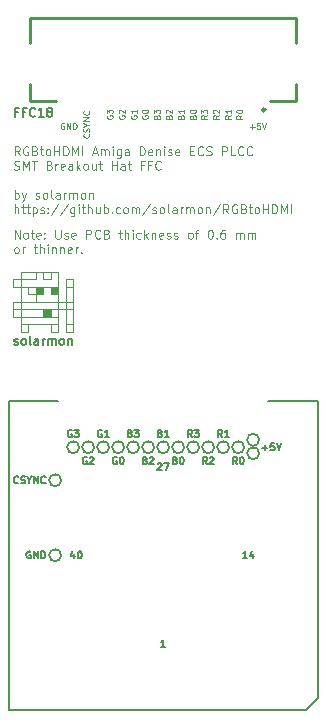
<source format=gbr>
G04 #@! TF.GenerationSoftware,KiCad,Pcbnew,(5.1.9)-1*
G04 #@! TF.CreationDate,2021-05-18T14:16:41+01:00*
G04 #@! TF.ProjectId,RGBtoHDMI Amiga Denise PLCC SMT Breakout FFC,52474274-6f48-4444-9d49-20416d696761,1*
G04 #@! TF.SameCoordinates,Original*
G04 #@! TF.FileFunction,Legend,Top*
G04 #@! TF.FilePolarity,Positive*
%FSLAX46Y46*%
G04 Gerber Fmt 4.6, Leading zero omitted, Abs format (unit mm)*
G04 Created by KiCad (PCBNEW (5.1.9)-1) date 2021-05-18 14:16:41*
%MOMM*%
%LPD*%
G01*
G04 APERTURE LIST*
%ADD10C,0.100000*%
%ADD11C,0.150000*%
%ADD12C,0.254000*%
G04 APERTURE END LIST*
D10*
X152770571Y-42906785D02*
X152770571Y-42156785D01*
X153199142Y-42906785D01*
X153199142Y-42156785D01*
X153663428Y-42906785D02*
X153592000Y-42871071D01*
X153556285Y-42835357D01*
X153520571Y-42763928D01*
X153520571Y-42549642D01*
X153556285Y-42478214D01*
X153592000Y-42442500D01*
X153663428Y-42406785D01*
X153770571Y-42406785D01*
X153842000Y-42442500D01*
X153877714Y-42478214D01*
X153913428Y-42549642D01*
X153913428Y-42763928D01*
X153877714Y-42835357D01*
X153842000Y-42871071D01*
X153770571Y-42906785D01*
X153663428Y-42906785D01*
X154127714Y-42406785D02*
X154413428Y-42406785D01*
X154234857Y-42156785D02*
X154234857Y-42799642D01*
X154270571Y-42871071D01*
X154342000Y-42906785D01*
X154413428Y-42906785D01*
X154949142Y-42871071D02*
X154877714Y-42906785D01*
X154734857Y-42906785D01*
X154663428Y-42871071D01*
X154627714Y-42799642D01*
X154627714Y-42513928D01*
X154663428Y-42442500D01*
X154734857Y-42406785D01*
X154877714Y-42406785D01*
X154949142Y-42442500D01*
X154984857Y-42513928D01*
X154984857Y-42585357D01*
X154627714Y-42656785D01*
X155306285Y-42835357D02*
X155342000Y-42871071D01*
X155306285Y-42906785D01*
X155270571Y-42871071D01*
X155306285Y-42835357D01*
X155306285Y-42906785D01*
X155306285Y-42442500D02*
X155342000Y-42478214D01*
X155306285Y-42513928D01*
X155270571Y-42478214D01*
X155306285Y-42442500D01*
X155306285Y-42513928D01*
X156234857Y-42156785D02*
X156234857Y-42763928D01*
X156270571Y-42835357D01*
X156306285Y-42871071D01*
X156377714Y-42906785D01*
X156520571Y-42906785D01*
X156592000Y-42871071D01*
X156627714Y-42835357D01*
X156663428Y-42763928D01*
X156663428Y-42156785D01*
X156984857Y-42871071D02*
X157056285Y-42906785D01*
X157199142Y-42906785D01*
X157270571Y-42871071D01*
X157306285Y-42799642D01*
X157306285Y-42763928D01*
X157270571Y-42692500D01*
X157199142Y-42656785D01*
X157092000Y-42656785D01*
X157020571Y-42621071D01*
X156984857Y-42549642D01*
X156984857Y-42513928D01*
X157020571Y-42442500D01*
X157092000Y-42406785D01*
X157199142Y-42406785D01*
X157270571Y-42442500D01*
X157913428Y-42871071D02*
X157842000Y-42906785D01*
X157699142Y-42906785D01*
X157627714Y-42871071D01*
X157592000Y-42799642D01*
X157592000Y-42513928D01*
X157627714Y-42442500D01*
X157699142Y-42406785D01*
X157842000Y-42406785D01*
X157913428Y-42442500D01*
X157949142Y-42513928D01*
X157949142Y-42585357D01*
X157592000Y-42656785D01*
X158842000Y-42906785D02*
X158842000Y-42156785D01*
X159127714Y-42156785D01*
X159199142Y-42192500D01*
X159234857Y-42228214D01*
X159270571Y-42299642D01*
X159270571Y-42406785D01*
X159234857Y-42478214D01*
X159199142Y-42513928D01*
X159127714Y-42549642D01*
X158842000Y-42549642D01*
X160020571Y-42835357D02*
X159984857Y-42871071D01*
X159877714Y-42906785D01*
X159806285Y-42906785D01*
X159699142Y-42871071D01*
X159627714Y-42799642D01*
X159592000Y-42728214D01*
X159556285Y-42585357D01*
X159556285Y-42478214D01*
X159592000Y-42335357D01*
X159627714Y-42263928D01*
X159699142Y-42192500D01*
X159806285Y-42156785D01*
X159877714Y-42156785D01*
X159984857Y-42192500D01*
X160020571Y-42228214D01*
X160592000Y-42513928D02*
X160699142Y-42549642D01*
X160734857Y-42585357D01*
X160770571Y-42656785D01*
X160770571Y-42763928D01*
X160734857Y-42835357D01*
X160699142Y-42871071D01*
X160627714Y-42906785D01*
X160342000Y-42906785D01*
X160342000Y-42156785D01*
X160592000Y-42156785D01*
X160663428Y-42192500D01*
X160699142Y-42228214D01*
X160734857Y-42299642D01*
X160734857Y-42371071D01*
X160699142Y-42442500D01*
X160663428Y-42478214D01*
X160592000Y-42513928D01*
X160342000Y-42513928D01*
X161556285Y-42406785D02*
X161842000Y-42406785D01*
X161663428Y-42156785D02*
X161663428Y-42799642D01*
X161699142Y-42871071D01*
X161770571Y-42906785D01*
X161842000Y-42906785D01*
X162092000Y-42906785D02*
X162092000Y-42156785D01*
X162413428Y-42906785D02*
X162413428Y-42513928D01*
X162377714Y-42442500D01*
X162306285Y-42406785D01*
X162199142Y-42406785D01*
X162127714Y-42442500D01*
X162092000Y-42478214D01*
X162770571Y-42906785D02*
X162770571Y-42406785D01*
X162770571Y-42156785D02*
X162734857Y-42192500D01*
X162770571Y-42228214D01*
X162806285Y-42192500D01*
X162770571Y-42156785D01*
X162770571Y-42228214D01*
X163449142Y-42871071D02*
X163377714Y-42906785D01*
X163234857Y-42906785D01*
X163163428Y-42871071D01*
X163127714Y-42835357D01*
X163092000Y-42763928D01*
X163092000Y-42549642D01*
X163127714Y-42478214D01*
X163163428Y-42442500D01*
X163234857Y-42406785D01*
X163377714Y-42406785D01*
X163449142Y-42442500D01*
X163770571Y-42906785D02*
X163770571Y-42156785D01*
X163842000Y-42621071D02*
X164056285Y-42906785D01*
X164056285Y-42406785D02*
X163770571Y-42692500D01*
X164377714Y-42406785D02*
X164377714Y-42906785D01*
X164377714Y-42478214D02*
X164413428Y-42442500D01*
X164484857Y-42406785D01*
X164592000Y-42406785D01*
X164663428Y-42442500D01*
X164699142Y-42513928D01*
X164699142Y-42906785D01*
X165342000Y-42871071D02*
X165270571Y-42906785D01*
X165127714Y-42906785D01*
X165056285Y-42871071D01*
X165020571Y-42799642D01*
X165020571Y-42513928D01*
X165056285Y-42442500D01*
X165127714Y-42406785D01*
X165270571Y-42406785D01*
X165342000Y-42442500D01*
X165377714Y-42513928D01*
X165377714Y-42585357D01*
X165020571Y-42656785D01*
X165663428Y-42871071D02*
X165734857Y-42906785D01*
X165877714Y-42906785D01*
X165949142Y-42871071D01*
X165984857Y-42799642D01*
X165984857Y-42763928D01*
X165949142Y-42692500D01*
X165877714Y-42656785D01*
X165770571Y-42656785D01*
X165699142Y-42621071D01*
X165663428Y-42549642D01*
X165663428Y-42513928D01*
X165699142Y-42442500D01*
X165770571Y-42406785D01*
X165877714Y-42406785D01*
X165949142Y-42442500D01*
X166270571Y-42871071D02*
X166342000Y-42906785D01*
X166484857Y-42906785D01*
X166556285Y-42871071D01*
X166592000Y-42799642D01*
X166592000Y-42763928D01*
X166556285Y-42692500D01*
X166484857Y-42656785D01*
X166377714Y-42656785D01*
X166306285Y-42621071D01*
X166270571Y-42549642D01*
X166270571Y-42513928D01*
X166306285Y-42442500D01*
X166377714Y-42406785D01*
X166484857Y-42406785D01*
X166556285Y-42442500D01*
X167592000Y-42906785D02*
X167520571Y-42871071D01*
X167484857Y-42835357D01*
X167449142Y-42763928D01*
X167449142Y-42549642D01*
X167484857Y-42478214D01*
X167520571Y-42442500D01*
X167592000Y-42406785D01*
X167699142Y-42406785D01*
X167770571Y-42442500D01*
X167806285Y-42478214D01*
X167842000Y-42549642D01*
X167842000Y-42763928D01*
X167806285Y-42835357D01*
X167770571Y-42871071D01*
X167699142Y-42906785D01*
X167592000Y-42906785D01*
X168056285Y-42406785D02*
X168342000Y-42406785D01*
X168163428Y-42906785D02*
X168163428Y-42263928D01*
X168199142Y-42192500D01*
X168270571Y-42156785D01*
X168342000Y-42156785D01*
X169306285Y-42156785D02*
X169377714Y-42156785D01*
X169449142Y-42192500D01*
X169484857Y-42228214D01*
X169520571Y-42299642D01*
X169556285Y-42442500D01*
X169556285Y-42621071D01*
X169520571Y-42763928D01*
X169484857Y-42835357D01*
X169449142Y-42871071D01*
X169377714Y-42906785D01*
X169306285Y-42906785D01*
X169234857Y-42871071D01*
X169199142Y-42835357D01*
X169163428Y-42763928D01*
X169127714Y-42621071D01*
X169127714Y-42442500D01*
X169163428Y-42299642D01*
X169199142Y-42228214D01*
X169234857Y-42192500D01*
X169306285Y-42156785D01*
X169877714Y-42835357D02*
X169913428Y-42871071D01*
X169877714Y-42906785D01*
X169842000Y-42871071D01*
X169877714Y-42835357D01*
X169877714Y-42906785D01*
X170556285Y-42156785D02*
X170413428Y-42156785D01*
X170342000Y-42192500D01*
X170306285Y-42228214D01*
X170234857Y-42335357D01*
X170199142Y-42478214D01*
X170199142Y-42763928D01*
X170234857Y-42835357D01*
X170270571Y-42871071D01*
X170342000Y-42906785D01*
X170484857Y-42906785D01*
X170556285Y-42871071D01*
X170592000Y-42835357D01*
X170627714Y-42763928D01*
X170627714Y-42585357D01*
X170592000Y-42513928D01*
X170556285Y-42478214D01*
X170484857Y-42442500D01*
X170342000Y-42442500D01*
X170270571Y-42478214D01*
X170234857Y-42513928D01*
X170199142Y-42585357D01*
X171520571Y-42906785D02*
X171520571Y-42406785D01*
X171520571Y-42478214D02*
X171556285Y-42442500D01*
X171627714Y-42406785D01*
X171734857Y-42406785D01*
X171806285Y-42442500D01*
X171842000Y-42513928D01*
X171842000Y-42906785D01*
X171842000Y-42513928D02*
X171877714Y-42442500D01*
X171949142Y-42406785D01*
X172056285Y-42406785D01*
X172127714Y-42442500D01*
X172163428Y-42513928D01*
X172163428Y-42906785D01*
X172520571Y-42906785D02*
X172520571Y-42406785D01*
X172520571Y-42478214D02*
X172556285Y-42442500D01*
X172627714Y-42406785D01*
X172734857Y-42406785D01*
X172806285Y-42442500D01*
X172842000Y-42513928D01*
X172842000Y-42906785D01*
X172842000Y-42513928D02*
X172877714Y-42442500D01*
X172949142Y-42406785D01*
X173056285Y-42406785D01*
X173127714Y-42442500D01*
X173163428Y-42513928D01*
X173163428Y-42906785D01*
X152877714Y-44131785D02*
X152806285Y-44096071D01*
X152770571Y-44060357D01*
X152734857Y-43988928D01*
X152734857Y-43774642D01*
X152770571Y-43703214D01*
X152806285Y-43667500D01*
X152877714Y-43631785D01*
X152984857Y-43631785D01*
X153056285Y-43667500D01*
X153092000Y-43703214D01*
X153127714Y-43774642D01*
X153127714Y-43988928D01*
X153092000Y-44060357D01*
X153056285Y-44096071D01*
X152984857Y-44131785D01*
X152877714Y-44131785D01*
X153449142Y-44131785D02*
X153449142Y-43631785D01*
X153449142Y-43774642D02*
X153484857Y-43703214D01*
X153520571Y-43667500D01*
X153592000Y-43631785D01*
X153663428Y-43631785D01*
X154377714Y-43631785D02*
X154663428Y-43631785D01*
X154484857Y-43381785D02*
X154484857Y-44024642D01*
X154520571Y-44096071D01*
X154592000Y-44131785D01*
X154663428Y-44131785D01*
X154913428Y-44131785D02*
X154913428Y-43381785D01*
X155234857Y-44131785D02*
X155234857Y-43738928D01*
X155199142Y-43667500D01*
X155127714Y-43631785D01*
X155020571Y-43631785D01*
X154949142Y-43667500D01*
X154913428Y-43703214D01*
X155592000Y-44131785D02*
X155592000Y-43631785D01*
X155592000Y-43381785D02*
X155556285Y-43417500D01*
X155592000Y-43453214D01*
X155627714Y-43417500D01*
X155592000Y-43381785D01*
X155592000Y-43453214D01*
X155949142Y-43631785D02*
X155949142Y-44131785D01*
X155949142Y-43703214D02*
X155984857Y-43667500D01*
X156056285Y-43631785D01*
X156163428Y-43631785D01*
X156234857Y-43667500D01*
X156270571Y-43738928D01*
X156270571Y-44131785D01*
X156627714Y-43631785D02*
X156627714Y-44131785D01*
X156627714Y-43703214D02*
X156663428Y-43667500D01*
X156734857Y-43631785D01*
X156842000Y-43631785D01*
X156913428Y-43667500D01*
X156949142Y-43738928D01*
X156949142Y-44131785D01*
X157592000Y-44096071D02*
X157520571Y-44131785D01*
X157377714Y-44131785D01*
X157306285Y-44096071D01*
X157270571Y-44024642D01*
X157270571Y-43738928D01*
X157306285Y-43667500D01*
X157377714Y-43631785D01*
X157520571Y-43631785D01*
X157592000Y-43667500D01*
X157627714Y-43738928D01*
X157627714Y-43810357D01*
X157270571Y-43881785D01*
X157949142Y-44131785D02*
X157949142Y-43631785D01*
X157949142Y-43774642D02*
X157984857Y-43703214D01*
X158020571Y-43667500D01*
X158092000Y-43631785D01*
X158163428Y-43631785D01*
X158413428Y-44060357D02*
X158449142Y-44096071D01*
X158413428Y-44131785D01*
X158377714Y-44096071D01*
X158413428Y-44060357D01*
X158413428Y-44131785D01*
D11*
X173482000Y-61087000D02*
G75*
G03*
X173482000Y-61087000I-508000J0D01*
G01*
X178435000Y-56642000D02*
X174244000Y-56642000D01*
D10*
X169072690Y-32468333D02*
X168834595Y-32635000D01*
X169072690Y-32754047D02*
X168572690Y-32754047D01*
X168572690Y-32563571D01*
X168596500Y-32515952D01*
X168620309Y-32492142D01*
X168667928Y-32468333D01*
X168739357Y-32468333D01*
X168786976Y-32492142D01*
X168810785Y-32515952D01*
X168834595Y-32563571D01*
X168834595Y-32754047D01*
X168572690Y-32301666D02*
X168572690Y-31992142D01*
X168763166Y-32158809D01*
X168763166Y-32087380D01*
X168786976Y-32039761D01*
X168810785Y-32015952D01*
X168858404Y-31992142D01*
X168977452Y-31992142D01*
X169025071Y-32015952D01*
X169048880Y-32039761D01*
X169072690Y-32087380D01*
X169072690Y-32230238D01*
X169048880Y-32277857D01*
X169025071Y-32301666D01*
X170088690Y-32468333D02*
X169850595Y-32635000D01*
X170088690Y-32754047D02*
X169588690Y-32754047D01*
X169588690Y-32563571D01*
X169612500Y-32515952D01*
X169636309Y-32492142D01*
X169683928Y-32468333D01*
X169755357Y-32468333D01*
X169802976Y-32492142D01*
X169826785Y-32515952D01*
X169850595Y-32563571D01*
X169850595Y-32754047D01*
X169636309Y-32277857D02*
X169612500Y-32254047D01*
X169588690Y-32206428D01*
X169588690Y-32087380D01*
X169612500Y-32039761D01*
X169636309Y-32015952D01*
X169683928Y-31992142D01*
X169731547Y-31992142D01*
X169802976Y-32015952D01*
X170088690Y-32301666D01*
X170088690Y-31992142D01*
X171104690Y-32468333D02*
X170866595Y-32635000D01*
X171104690Y-32754047D02*
X170604690Y-32754047D01*
X170604690Y-32563571D01*
X170628500Y-32515952D01*
X170652309Y-32492142D01*
X170699928Y-32468333D01*
X170771357Y-32468333D01*
X170818976Y-32492142D01*
X170842785Y-32515952D01*
X170866595Y-32563571D01*
X170866595Y-32754047D01*
X171104690Y-31992142D02*
X171104690Y-32277857D01*
X171104690Y-32135000D02*
X170604690Y-32135000D01*
X170676119Y-32182619D01*
X170723738Y-32230238D01*
X170747547Y-32277857D01*
X164810285Y-32587380D02*
X164834095Y-32515952D01*
X164857904Y-32492142D01*
X164905523Y-32468333D01*
X164976952Y-32468333D01*
X165024571Y-32492142D01*
X165048380Y-32515952D01*
X165072190Y-32563571D01*
X165072190Y-32754047D01*
X164572190Y-32754047D01*
X164572190Y-32587380D01*
X164596000Y-32539761D01*
X164619809Y-32515952D01*
X164667428Y-32492142D01*
X164715047Y-32492142D01*
X164762666Y-32515952D01*
X164786476Y-32539761D01*
X164810285Y-32587380D01*
X164810285Y-32754047D01*
X164572190Y-32301666D02*
X164572190Y-31992142D01*
X164762666Y-32158809D01*
X164762666Y-32087380D01*
X164786476Y-32039761D01*
X164810285Y-32015952D01*
X164857904Y-31992142D01*
X164976952Y-31992142D01*
X165024571Y-32015952D01*
X165048380Y-32039761D01*
X165072190Y-32087380D01*
X165072190Y-32230238D01*
X165048380Y-32277857D01*
X165024571Y-32301666D01*
X165826285Y-32587380D02*
X165850095Y-32515952D01*
X165873904Y-32492142D01*
X165921523Y-32468333D01*
X165992952Y-32468333D01*
X166040571Y-32492142D01*
X166064380Y-32515952D01*
X166088190Y-32563571D01*
X166088190Y-32754047D01*
X165588190Y-32754047D01*
X165588190Y-32587380D01*
X165612000Y-32539761D01*
X165635809Y-32515952D01*
X165683428Y-32492142D01*
X165731047Y-32492142D01*
X165778666Y-32515952D01*
X165802476Y-32539761D01*
X165826285Y-32587380D01*
X165826285Y-32754047D01*
X165635809Y-32277857D02*
X165612000Y-32254047D01*
X165588190Y-32206428D01*
X165588190Y-32087380D01*
X165612000Y-32039761D01*
X165635809Y-32015952D01*
X165683428Y-31992142D01*
X165731047Y-31992142D01*
X165802476Y-32015952D01*
X166088190Y-32301666D01*
X166088190Y-31992142D01*
X166842285Y-32587380D02*
X166866095Y-32515952D01*
X166889904Y-32492142D01*
X166937523Y-32468333D01*
X167008952Y-32468333D01*
X167056571Y-32492142D01*
X167080380Y-32515952D01*
X167104190Y-32563571D01*
X167104190Y-32754047D01*
X166604190Y-32754047D01*
X166604190Y-32587380D01*
X166628000Y-32539761D01*
X166651809Y-32515952D01*
X166699428Y-32492142D01*
X166747047Y-32492142D01*
X166794666Y-32515952D01*
X166818476Y-32539761D01*
X166842285Y-32587380D01*
X166842285Y-32754047D01*
X167104190Y-31992142D02*
X167104190Y-32277857D01*
X167104190Y-32135000D02*
X166604190Y-32135000D01*
X166675619Y-32182619D01*
X166723238Y-32230238D01*
X166747047Y-32277857D01*
X160595500Y-32492142D02*
X160571690Y-32539761D01*
X160571690Y-32611190D01*
X160595500Y-32682619D01*
X160643119Y-32730238D01*
X160690738Y-32754047D01*
X160785976Y-32777857D01*
X160857404Y-32777857D01*
X160952642Y-32754047D01*
X161000261Y-32730238D01*
X161047880Y-32682619D01*
X161071690Y-32611190D01*
X161071690Y-32563571D01*
X161047880Y-32492142D01*
X161024071Y-32468333D01*
X160857404Y-32468333D01*
X160857404Y-32563571D01*
X160571690Y-32301666D02*
X160571690Y-31992142D01*
X160762166Y-32158809D01*
X160762166Y-32087380D01*
X160785976Y-32039761D01*
X160809785Y-32015952D01*
X160857404Y-31992142D01*
X160976452Y-31992142D01*
X161024071Y-32015952D01*
X161047880Y-32039761D01*
X161071690Y-32087380D01*
X161071690Y-32230238D01*
X161047880Y-32277857D01*
X161024071Y-32301666D01*
X161611500Y-32492142D02*
X161587690Y-32539761D01*
X161587690Y-32611190D01*
X161611500Y-32682619D01*
X161659119Y-32730238D01*
X161706738Y-32754047D01*
X161801976Y-32777857D01*
X161873404Y-32777857D01*
X161968642Y-32754047D01*
X162016261Y-32730238D01*
X162063880Y-32682619D01*
X162087690Y-32611190D01*
X162087690Y-32563571D01*
X162063880Y-32492142D01*
X162040071Y-32468333D01*
X161873404Y-32468333D01*
X161873404Y-32563571D01*
X161635309Y-32277857D02*
X161611500Y-32254047D01*
X161587690Y-32206428D01*
X161587690Y-32087380D01*
X161611500Y-32039761D01*
X161635309Y-32015952D01*
X161682928Y-31992142D01*
X161730547Y-31992142D01*
X161801976Y-32015952D01*
X162087690Y-32301666D01*
X162087690Y-31992142D01*
X162627500Y-32492142D02*
X162603690Y-32539761D01*
X162603690Y-32611190D01*
X162627500Y-32682619D01*
X162675119Y-32730238D01*
X162722738Y-32754047D01*
X162817976Y-32777857D01*
X162889404Y-32777857D01*
X162984642Y-32754047D01*
X163032261Y-32730238D01*
X163079880Y-32682619D01*
X163103690Y-32611190D01*
X163103690Y-32563571D01*
X163079880Y-32492142D01*
X163056071Y-32468333D01*
X162889404Y-32468333D01*
X162889404Y-32563571D01*
X163103690Y-31992142D02*
X163103690Y-32277857D01*
X163103690Y-32135000D02*
X162603690Y-32135000D01*
X162675119Y-32182619D01*
X162722738Y-32230238D01*
X162746547Y-32277857D01*
X159055571Y-34047714D02*
X159079380Y-34071524D01*
X159103190Y-34142952D01*
X159103190Y-34190571D01*
X159079380Y-34262000D01*
X159031761Y-34309619D01*
X158984142Y-34333429D01*
X158888904Y-34357238D01*
X158817476Y-34357238D01*
X158722238Y-34333429D01*
X158674619Y-34309619D01*
X158627000Y-34262000D01*
X158603190Y-34190571D01*
X158603190Y-34142952D01*
X158627000Y-34071524D01*
X158650809Y-34047714D01*
X159079380Y-33857238D02*
X159103190Y-33785810D01*
X159103190Y-33666762D01*
X159079380Y-33619143D01*
X159055571Y-33595333D01*
X159007952Y-33571524D01*
X158960333Y-33571524D01*
X158912714Y-33595333D01*
X158888904Y-33619143D01*
X158865095Y-33666762D01*
X158841285Y-33762000D01*
X158817476Y-33809619D01*
X158793666Y-33833429D01*
X158746047Y-33857238D01*
X158698428Y-33857238D01*
X158650809Y-33833429D01*
X158627000Y-33809619D01*
X158603190Y-33762000D01*
X158603190Y-33642952D01*
X158627000Y-33571524D01*
X158865095Y-33262000D02*
X159103190Y-33262000D01*
X158603190Y-33428667D02*
X158865095Y-33262000D01*
X158603190Y-33095333D01*
X159103190Y-32928667D02*
X158603190Y-32928667D01*
X159103190Y-32642952D01*
X158603190Y-32642952D01*
X159055571Y-32119143D02*
X159079380Y-32142952D01*
X159103190Y-32214381D01*
X159103190Y-32262000D01*
X159079380Y-32333429D01*
X159031761Y-32381048D01*
X158984142Y-32404857D01*
X158888904Y-32428667D01*
X158817476Y-32428667D01*
X158722238Y-32404857D01*
X158674619Y-32381048D01*
X158627000Y-32333429D01*
X158603190Y-32262000D01*
X158603190Y-32214381D01*
X158627000Y-32142952D01*
X158650809Y-32119143D01*
X167858285Y-32587380D02*
X167882095Y-32515952D01*
X167905904Y-32492142D01*
X167953523Y-32468333D01*
X168024952Y-32468333D01*
X168072571Y-32492142D01*
X168096380Y-32515952D01*
X168120190Y-32563571D01*
X168120190Y-32754047D01*
X167620190Y-32754047D01*
X167620190Y-32587380D01*
X167644000Y-32539761D01*
X167667809Y-32515952D01*
X167715428Y-32492142D01*
X167763047Y-32492142D01*
X167810666Y-32515952D01*
X167834476Y-32539761D01*
X167858285Y-32587380D01*
X167858285Y-32754047D01*
X167620190Y-32158809D02*
X167620190Y-32111190D01*
X167644000Y-32063571D01*
X167667809Y-32039761D01*
X167715428Y-32015952D01*
X167810666Y-31992142D01*
X167929714Y-31992142D01*
X168024952Y-32015952D01*
X168072571Y-32039761D01*
X168096380Y-32063571D01*
X168120190Y-32111190D01*
X168120190Y-32158809D01*
X168096380Y-32206428D01*
X168072571Y-32230238D01*
X168024952Y-32254047D01*
X167929714Y-32277857D01*
X167810666Y-32277857D01*
X167715428Y-32254047D01*
X167667809Y-32230238D01*
X167644000Y-32206428D01*
X167620190Y-32158809D01*
X163580000Y-32492142D02*
X163556190Y-32539761D01*
X163556190Y-32611190D01*
X163580000Y-32682619D01*
X163627619Y-32730238D01*
X163675238Y-32754047D01*
X163770476Y-32777857D01*
X163841904Y-32777857D01*
X163937142Y-32754047D01*
X163984761Y-32730238D01*
X164032380Y-32682619D01*
X164056190Y-32611190D01*
X164056190Y-32563571D01*
X164032380Y-32492142D01*
X164008571Y-32468333D01*
X163841904Y-32468333D01*
X163841904Y-32563571D01*
X163556190Y-32158809D02*
X163556190Y-32111190D01*
X163580000Y-32063571D01*
X163603809Y-32039761D01*
X163651428Y-32015952D01*
X163746666Y-31992142D01*
X163865714Y-31992142D01*
X163960952Y-32015952D01*
X164008571Y-32039761D01*
X164032380Y-32063571D01*
X164056190Y-32111190D01*
X164056190Y-32158809D01*
X164032380Y-32206428D01*
X164008571Y-32230238D01*
X163960952Y-32254047D01*
X163865714Y-32277857D01*
X163746666Y-32277857D01*
X163651428Y-32254047D01*
X163603809Y-32230238D01*
X163580000Y-32206428D01*
X163556190Y-32158809D01*
X172057190Y-32468333D02*
X171819095Y-32635000D01*
X172057190Y-32754047D02*
X171557190Y-32754047D01*
X171557190Y-32563571D01*
X171581000Y-32515952D01*
X171604809Y-32492142D01*
X171652428Y-32468333D01*
X171723857Y-32468333D01*
X171771476Y-32492142D01*
X171795285Y-32515952D01*
X171819095Y-32563571D01*
X171819095Y-32754047D01*
X171557190Y-32158809D02*
X171557190Y-32111190D01*
X171581000Y-32063571D01*
X171604809Y-32039761D01*
X171652428Y-32015952D01*
X171747666Y-31992142D01*
X171866714Y-31992142D01*
X171961952Y-32015952D01*
X172009571Y-32039761D01*
X172033380Y-32063571D01*
X172057190Y-32111190D01*
X172057190Y-32158809D01*
X172033380Y-32206428D01*
X172009571Y-32230238D01*
X171961952Y-32254047D01*
X171866714Y-32277857D01*
X171747666Y-32277857D01*
X171652428Y-32254047D01*
X171604809Y-32230238D01*
X171581000Y-32206428D01*
X171557190Y-32158809D01*
X156972047Y-33151000D02*
X156924428Y-33127190D01*
X156853000Y-33127190D01*
X156781571Y-33151000D01*
X156733952Y-33198619D01*
X156710142Y-33246238D01*
X156686333Y-33341476D01*
X156686333Y-33412904D01*
X156710142Y-33508142D01*
X156733952Y-33555761D01*
X156781571Y-33603380D01*
X156853000Y-33627190D01*
X156900619Y-33627190D01*
X156972047Y-33603380D01*
X156995857Y-33579571D01*
X156995857Y-33412904D01*
X156900619Y-33412904D01*
X157210142Y-33627190D02*
X157210142Y-33127190D01*
X157495857Y-33627190D01*
X157495857Y-33127190D01*
X157733952Y-33627190D02*
X157733952Y-33127190D01*
X157853000Y-33127190D01*
X157924428Y-33151000D01*
X157972047Y-33198619D01*
X157995857Y-33246238D01*
X158019666Y-33341476D01*
X158019666Y-33412904D01*
X157995857Y-33508142D01*
X157972047Y-33555761D01*
X157924428Y-33603380D01*
X157853000Y-33627190D01*
X157733952Y-33627190D01*
X172712142Y-33436714D02*
X173093095Y-33436714D01*
X172902619Y-33627190D02*
X172902619Y-33246238D01*
X173569285Y-33127190D02*
X173331190Y-33127190D01*
X173307380Y-33365285D01*
X173331190Y-33341476D01*
X173378809Y-33317666D01*
X173497857Y-33317666D01*
X173545476Y-33341476D01*
X173569285Y-33365285D01*
X173593095Y-33412904D01*
X173593095Y-33531952D01*
X173569285Y-33579571D01*
X173545476Y-33603380D01*
X173497857Y-33627190D01*
X173378809Y-33627190D01*
X173331190Y-33603380D01*
X173307380Y-33579571D01*
X173735952Y-33127190D02*
X173902619Y-33627190D01*
X174069285Y-33127190D01*
D11*
X157816571Y-69594428D02*
X157816571Y-69994428D01*
X157673714Y-69365857D02*
X157530857Y-69794428D01*
X157902285Y-69794428D01*
X158245142Y-69394428D02*
X158302285Y-69394428D01*
X158359428Y-69423000D01*
X158388000Y-69451571D01*
X158416571Y-69508714D01*
X158445142Y-69623000D01*
X158445142Y-69765857D01*
X158416571Y-69880142D01*
X158388000Y-69937285D01*
X158359428Y-69965857D01*
X158302285Y-69994428D01*
X158245142Y-69994428D01*
X158188000Y-69965857D01*
X158159428Y-69937285D01*
X158130857Y-69880142D01*
X158102285Y-69765857D01*
X158102285Y-69623000D01*
X158130857Y-69508714D01*
X158159428Y-69451571D01*
X158188000Y-69423000D01*
X158245142Y-69394428D01*
X172478714Y-69994428D02*
X172135857Y-69994428D01*
X172307285Y-69994428D02*
X172307285Y-69394428D01*
X172250142Y-69480142D01*
X172193000Y-69537285D01*
X172135857Y-69565857D01*
X172993000Y-69594428D02*
X172993000Y-69994428D01*
X172850142Y-69365857D02*
X172707285Y-69794428D01*
X173078714Y-69794428D01*
X164896857Y-61958571D02*
X164925428Y-61930000D01*
X164982571Y-61901428D01*
X165125428Y-61901428D01*
X165182571Y-61930000D01*
X165211142Y-61958571D01*
X165239714Y-62015714D01*
X165239714Y-62072857D01*
X165211142Y-62158571D01*
X164868285Y-62501428D01*
X165239714Y-62501428D01*
X165439714Y-61901428D02*
X165839714Y-61901428D01*
X165582571Y-62501428D01*
X165525428Y-77487428D02*
X165182571Y-77487428D01*
X165354000Y-77487428D02*
X165354000Y-76887428D01*
X165296857Y-76973142D01*
X165239714Y-77030285D01*
X165182571Y-77058857D01*
X177419000Y-82804000D02*
X152273000Y-82804000D01*
X178435000Y-81788000D02*
X177419000Y-82804000D01*
X152273000Y-56642000D02*
X152273000Y-82804000D01*
X156464000Y-56642000D02*
X152273000Y-56642000D01*
X178435000Y-81788000D02*
X178435000Y-56642000D01*
X156718000Y-69723000D02*
G75*
G03*
X156718000Y-69723000I-508000J0D01*
G01*
X173482000Y-59944000D02*
G75*
G03*
X173482000Y-59944000I-508000J0D01*
G01*
X172212000Y-60579000D02*
G75*
G03*
X172212000Y-60579000I-508000J0D01*
G01*
X170942000Y-60579000D02*
G75*
G03*
X170942000Y-60579000I-508000J0D01*
G01*
X169672000Y-60579000D02*
G75*
G03*
X169672000Y-60579000I-508000J0D01*
G01*
X168402000Y-60579000D02*
G75*
G03*
X168402000Y-60579000I-508000J0D01*
G01*
X167132000Y-60579000D02*
G75*
G03*
X167132000Y-60579000I-508000J0D01*
G01*
X165862000Y-60579000D02*
G75*
G03*
X165862000Y-60579000I-508000J0D01*
G01*
X164592000Y-60579000D02*
G75*
G03*
X164592000Y-60579000I-508000J0D01*
G01*
X163322000Y-60579000D02*
G75*
G03*
X163322000Y-60579000I-508000J0D01*
G01*
X162052000Y-60579000D02*
G75*
G03*
X162052000Y-60579000I-508000J0D01*
G01*
X160782000Y-60579000D02*
G75*
G03*
X160782000Y-60579000I-508000J0D01*
G01*
X159512000Y-60579000D02*
G75*
G03*
X159512000Y-60579000I-508000J0D01*
G01*
X158242000Y-60579000D02*
G75*
G03*
X158242000Y-60579000I-508000J0D01*
G01*
X156718000Y-63373000D02*
G75*
G03*
X156718000Y-63373000I-508000J0D01*
G01*
X154101857Y-69423000D02*
X154044714Y-69394428D01*
X153959000Y-69394428D01*
X153873285Y-69423000D01*
X153816142Y-69480142D01*
X153787571Y-69537285D01*
X153759000Y-69651571D01*
X153759000Y-69737285D01*
X153787571Y-69851571D01*
X153816142Y-69908714D01*
X153873285Y-69965857D01*
X153959000Y-69994428D01*
X154016142Y-69994428D01*
X154101857Y-69965857D01*
X154130428Y-69937285D01*
X154130428Y-69737285D01*
X154016142Y-69737285D01*
X154387571Y-69994428D02*
X154387571Y-69394428D01*
X154730428Y-69994428D01*
X154730428Y-69394428D01*
X155016142Y-69994428D02*
X155016142Y-69394428D01*
X155159000Y-69394428D01*
X155244714Y-69423000D01*
X155301857Y-69480142D01*
X155330428Y-69537285D01*
X155359000Y-69651571D01*
X155359000Y-69737285D01*
X155330428Y-69851571D01*
X155301857Y-69908714D01*
X155244714Y-69965857D01*
X155159000Y-69994428D01*
X155016142Y-69994428D01*
X173726571Y-60621857D02*
X174183714Y-60621857D01*
X173955142Y-60850428D02*
X173955142Y-60393285D01*
X174755142Y-60250428D02*
X174469428Y-60250428D01*
X174440857Y-60536142D01*
X174469428Y-60507571D01*
X174526571Y-60479000D01*
X174669428Y-60479000D01*
X174726571Y-60507571D01*
X174755142Y-60536142D01*
X174783714Y-60593285D01*
X174783714Y-60736142D01*
X174755142Y-60793285D01*
X174726571Y-60821857D01*
X174669428Y-60850428D01*
X174526571Y-60850428D01*
X174469428Y-60821857D01*
X174440857Y-60793285D01*
X174955142Y-60250428D02*
X175155142Y-60850428D01*
X175355142Y-60250428D01*
X170334000Y-59707428D02*
X170134000Y-59421714D01*
X169991142Y-59707428D02*
X169991142Y-59107428D01*
X170219714Y-59107428D01*
X170276857Y-59136000D01*
X170305428Y-59164571D01*
X170334000Y-59221714D01*
X170334000Y-59307428D01*
X170305428Y-59364571D01*
X170276857Y-59393142D01*
X170219714Y-59421714D01*
X169991142Y-59421714D01*
X170905428Y-59707428D02*
X170562571Y-59707428D01*
X170734000Y-59707428D02*
X170734000Y-59107428D01*
X170676857Y-59193142D01*
X170619714Y-59250285D01*
X170562571Y-59278857D01*
X167794000Y-59707428D02*
X167594000Y-59421714D01*
X167451142Y-59707428D02*
X167451142Y-59107428D01*
X167679714Y-59107428D01*
X167736857Y-59136000D01*
X167765428Y-59164571D01*
X167794000Y-59221714D01*
X167794000Y-59307428D01*
X167765428Y-59364571D01*
X167736857Y-59393142D01*
X167679714Y-59421714D01*
X167451142Y-59421714D01*
X167994000Y-59107428D02*
X168365428Y-59107428D01*
X168165428Y-59336000D01*
X168251142Y-59336000D01*
X168308285Y-59364571D01*
X168336857Y-59393142D01*
X168365428Y-59450285D01*
X168365428Y-59593142D01*
X168336857Y-59650285D01*
X168308285Y-59678857D01*
X168251142Y-59707428D01*
X168079714Y-59707428D01*
X168022571Y-59678857D01*
X167994000Y-59650285D01*
X161415428Y-61422000D02*
X161358285Y-61393428D01*
X161272571Y-61393428D01*
X161186857Y-61422000D01*
X161129714Y-61479142D01*
X161101142Y-61536285D01*
X161072571Y-61650571D01*
X161072571Y-61736285D01*
X161101142Y-61850571D01*
X161129714Y-61907714D01*
X161186857Y-61964857D01*
X161272571Y-61993428D01*
X161329714Y-61993428D01*
X161415428Y-61964857D01*
X161444000Y-61936285D01*
X161444000Y-61736285D01*
X161329714Y-61736285D01*
X161815428Y-61393428D02*
X161872571Y-61393428D01*
X161929714Y-61422000D01*
X161958285Y-61450571D01*
X161986857Y-61507714D01*
X162015428Y-61622000D01*
X162015428Y-61764857D01*
X161986857Y-61879142D01*
X161958285Y-61936285D01*
X161929714Y-61964857D01*
X161872571Y-61993428D01*
X161815428Y-61993428D01*
X161758285Y-61964857D01*
X161729714Y-61936285D01*
X161701142Y-61879142D01*
X161672571Y-61764857D01*
X161672571Y-61622000D01*
X161701142Y-61507714D01*
X161729714Y-61450571D01*
X161758285Y-61422000D01*
X161815428Y-61393428D01*
X153079571Y-63587285D02*
X153051000Y-63615857D01*
X152965285Y-63644428D01*
X152908142Y-63644428D01*
X152822428Y-63615857D01*
X152765285Y-63558714D01*
X152736714Y-63501571D01*
X152708142Y-63387285D01*
X152708142Y-63301571D01*
X152736714Y-63187285D01*
X152765285Y-63130142D01*
X152822428Y-63073000D01*
X152908142Y-63044428D01*
X152965285Y-63044428D01*
X153051000Y-63073000D01*
X153079571Y-63101571D01*
X153308142Y-63615857D02*
X153393857Y-63644428D01*
X153536714Y-63644428D01*
X153593857Y-63615857D01*
X153622428Y-63587285D01*
X153651000Y-63530142D01*
X153651000Y-63473000D01*
X153622428Y-63415857D01*
X153593857Y-63387285D01*
X153536714Y-63358714D01*
X153422428Y-63330142D01*
X153365285Y-63301571D01*
X153336714Y-63273000D01*
X153308142Y-63215857D01*
X153308142Y-63158714D01*
X153336714Y-63101571D01*
X153365285Y-63073000D01*
X153422428Y-63044428D01*
X153565285Y-63044428D01*
X153651000Y-63073000D01*
X154022428Y-63358714D02*
X154022428Y-63644428D01*
X153822428Y-63044428D02*
X154022428Y-63358714D01*
X154222428Y-63044428D01*
X154422428Y-63644428D02*
X154422428Y-63044428D01*
X154765285Y-63644428D01*
X154765285Y-63044428D01*
X155393857Y-63587285D02*
X155365285Y-63615857D01*
X155279571Y-63644428D01*
X155222428Y-63644428D01*
X155136714Y-63615857D01*
X155079571Y-63558714D01*
X155051000Y-63501571D01*
X155022428Y-63387285D01*
X155022428Y-63301571D01*
X155051000Y-63187285D01*
X155079571Y-63130142D01*
X155136714Y-63073000D01*
X155222428Y-63044428D01*
X155279571Y-63044428D01*
X155365285Y-63073000D01*
X155393857Y-63101571D01*
X157605428Y-59136000D02*
X157548285Y-59107428D01*
X157462571Y-59107428D01*
X157376857Y-59136000D01*
X157319714Y-59193142D01*
X157291142Y-59250285D01*
X157262571Y-59364571D01*
X157262571Y-59450285D01*
X157291142Y-59564571D01*
X157319714Y-59621714D01*
X157376857Y-59678857D01*
X157462571Y-59707428D01*
X157519714Y-59707428D01*
X157605428Y-59678857D01*
X157634000Y-59650285D01*
X157634000Y-59450285D01*
X157519714Y-59450285D01*
X157834000Y-59107428D02*
X158205428Y-59107428D01*
X158005428Y-59336000D01*
X158091142Y-59336000D01*
X158148285Y-59364571D01*
X158176857Y-59393142D01*
X158205428Y-59450285D01*
X158205428Y-59593142D01*
X158176857Y-59650285D01*
X158148285Y-59678857D01*
X158091142Y-59707428D01*
X157919714Y-59707428D01*
X157862571Y-59678857D01*
X157834000Y-59650285D01*
X158875428Y-61422000D02*
X158818285Y-61393428D01*
X158732571Y-61393428D01*
X158646857Y-61422000D01*
X158589714Y-61479142D01*
X158561142Y-61536285D01*
X158532571Y-61650571D01*
X158532571Y-61736285D01*
X158561142Y-61850571D01*
X158589714Y-61907714D01*
X158646857Y-61964857D01*
X158732571Y-61993428D01*
X158789714Y-61993428D01*
X158875428Y-61964857D01*
X158904000Y-61936285D01*
X158904000Y-61736285D01*
X158789714Y-61736285D01*
X159132571Y-61450571D02*
X159161142Y-61422000D01*
X159218285Y-61393428D01*
X159361142Y-61393428D01*
X159418285Y-61422000D01*
X159446857Y-61450571D01*
X159475428Y-61507714D01*
X159475428Y-61564857D01*
X159446857Y-61650571D01*
X159104000Y-61993428D01*
X159475428Y-61993428D01*
X160145428Y-59136000D02*
X160088285Y-59107428D01*
X160002571Y-59107428D01*
X159916857Y-59136000D01*
X159859714Y-59193142D01*
X159831142Y-59250285D01*
X159802571Y-59364571D01*
X159802571Y-59450285D01*
X159831142Y-59564571D01*
X159859714Y-59621714D01*
X159916857Y-59678857D01*
X160002571Y-59707428D01*
X160059714Y-59707428D01*
X160145428Y-59678857D01*
X160174000Y-59650285D01*
X160174000Y-59450285D01*
X160059714Y-59450285D01*
X160745428Y-59707428D02*
X160402571Y-59707428D01*
X160574000Y-59707428D02*
X160574000Y-59107428D01*
X160516857Y-59193142D01*
X160459714Y-59250285D01*
X160402571Y-59278857D01*
X162571142Y-59393142D02*
X162656857Y-59421714D01*
X162685428Y-59450285D01*
X162714000Y-59507428D01*
X162714000Y-59593142D01*
X162685428Y-59650285D01*
X162656857Y-59678857D01*
X162599714Y-59707428D01*
X162371142Y-59707428D01*
X162371142Y-59107428D01*
X162571142Y-59107428D01*
X162628285Y-59136000D01*
X162656857Y-59164571D01*
X162685428Y-59221714D01*
X162685428Y-59278857D01*
X162656857Y-59336000D01*
X162628285Y-59364571D01*
X162571142Y-59393142D01*
X162371142Y-59393142D01*
X162914000Y-59107428D02*
X163285428Y-59107428D01*
X163085428Y-59336000D01*
X163171142Y-59336000D01*
X163228285Y-59364571D01*
X163256857Y-59393142D01*
X163285428Y-59450285D01*
X163285428Y-59593142D01*
X163256857Y-59650285D01*
X163228285Y-59678857D01*
X163171142Y-59707428D01*
X162999714Y-59707428D01*
X162942571Y-59678857D01*
X162914000Y-59650285D01*
X165111142Y-59393142D02*
X165196857Y-59421714D01*
X165225428Y-59450285D01*
X165254000Y-59507428D01*
X165254000Y-59593142D01*
X165225428Y-59650285D01*
X165196857Y-59678857D01*
X165139714Y-59707428D01*
X164911142Y-59707428D01*
X164911142Y-59107428D01*
X165111142Y-59107428D01*
X165168285Y-59136000D01*
X165196857Y-59164571D01*
X165225428Y-59221714D01*
X165225428Y-59278857D01*
X165196857Y-59336000D01*
X165168285Y-59364571D01*
X165111142Y-59393142D01*
X164911142Y-59393142D01*
X165825428Y-59707428D02*
X165482571Y-59707428D01*
X165654000Y-59707428D02*
X165654000Y-59107428D01*
X165596857Y-59193142D01*
X165539714Y-59250285D01*
X165482571Y-59278857D01*
X163841142Y-61679142D02*
X163926857Y-61707714D01*
X163955428Y-61736285D01*
X163984000Y-61793428D01*
X163984000Y-61879142D01*
X163955428Y-61936285D01*
X163926857Y-61964857D01*
X163869714Y-61993428D01*
X163641142Y-61993428D01*
X163641142Y-61393428D01*
X163841142Y-61393428D01*
X163898285Y-61422000D01*
X163926857Y-61450571D01*
X163955428Y-61507714D01*
X163955428Y-61564857D01*
X163926857Y-61622000D01*
X163898285Y-61650571D01*
X163841142Y-61679142D01*
X163641142Y-61679142D01*
X164212571Y-61450571D02*
X164241142Y-61422000D01*
X164298285Y-61393428D01*
X164441142Y-61393428D01*
X164498285Y-61422000D01*
X164526857Y-61450571D01*
X164555428Y-61507714D01*
X164555428Y-61564857D01*
X164526857Y-61650571D01*
X164184000Y-61993428D01*
X164555428Y-61993428D01*
X166381142Y-61679142D02*
X166466857Y-61707714D01*
X166495428Y-61736285D01*
X166524000Y-61793428D01*
X166524000Y-61879142D01*
X166495428Y-61936285D01*
X166466857Y-61964857D01*
X166409714Y-61993428D01*
X166181142Y-61993428D01*
X166181142Y-61393428D01*
X166381142Y-61393428D01*
X166438285Y-61422000D01*
X166466857Y-61450571D01*
X166495428Y-61507714D01*
X166495428Y-61564857D01*
X166466857Y-61622000D01*
X166438285Y-61650571D01*
X166381142Y-61679142D01*
X166181142Y-61679142D01*
X166895428Y-61393428D02*
X166952571Y-61393428D01*
X167009714Y-61422000D01*
X167038285Y-61450571D01*
X167066857Y-61507714D01*
X167095428Y-61622000D01*
X167095428Y-61764857D01*
X167066857Y-61879142D01*
X167038285Y-61936285D01*
X167009714Y-61964857D01*
X166952571Y-61993428D01*
X166895428Y-61993428D01*
X166838285Y-61964857D01*
X166809714Y-61936285D01*
X166781142Y-61879142D01*
X166752571Y-61764857D01*
X166752571Y-61622000D01*
X166781142Y-61507714D01*
X166809714Y-61450571D01*
X166838285Y-61422000D01*
X166895428Y-61393428D01*
X169064000Y-61993428D02*
X168864000Y-61707714D01*
X168721142Y-61993428D02*
X168721142Y-61393428D01*
X168949714Y-61393428D01*
X169006857Y-61422000D01*
X169035428Y-61450571D01*
X169064000Y-61507714D01*
X169064000Y-61593428D01*
X169035428Y-61650571D01*
X169006857Y-61679142D01*
X168949714Y-61707714D01*
X168721142Y-61707714D01*
X169292571Y-61450571D02*
X169321142Y-61422000D01*
X169378285Y-61393428D01*
X169521142Y-61393428D01*
X169578285Y-61422000D01*
X169606857Y-61450571D01*
X169635428Y-61507714D01*
X169635428Y-61564857D01*
X169606857Y-61650571D01*
X169264000Y-61993428D01*
X169635428Y-61993428D01*
X171604000Y-61993428D02*
X171404000Y-61707714D01*
X171261142Y-61993428D02*
X171261142Y-61393428D01*
X171489714Y-61393428D01*
X171546857Y-61422000D01*
X171575428Y-61450571D01*
X171604000Y-61507714D01*
X171604000Y-61593428D01*
X171575428Y-61650571D01*
X171546857Y-61679142D01*
X171489714Y-61707714D01*
X171261142Y-61707714D01*
X171975428Y-61393428D02*
X172032571Y-61393428D01*
X172089714Y-61422000D01*
X172118285Y-61450571D01*
X172146857Y-61507714D01*
X172175428Y-61622000D01*
X172175428Y-61764857D01*
X172146857Y-61879142D01*
X172118285Y-61936285D01*
X172089714Y-61964857D01*
X172032571Y-61993428D01*
X171975428Y-61993428D01*
X171918285Y-61964857D01*
X171889714Y-61936285D01*
X171861142Y-61879142D01*
X171832571Y-61764857D01*
X171832571Y-61622000D01*
X171861142Y-61507714D01*
X171889714Y-61450571D01*
X171918285Y-61422000D01*
X171975428Y-61393428D01*
D10*
X153199142Y-35862285D02*
X152949142Y-35505142D01*
X152770571Y-35862285D02*
X152770571Y-35112285D01*
X153056285Y-35112285D01*
X153127714Y-35148000D01*
X153163428Y-35183714D01*
X153199142Y-35255142D01*
X153199142Y-35362285D01*
X153163428Y-35433714D01*
X153127714Y-35469428D01*
X153056285Y-35505142D01*
X152770571Y-35505142D01*
X153913428Y-35148000D02*
X153842000Y-35112285D01*
X153734857Y-35112285D01*
X153627714Y-35148000D01*
X153556285Y-35219428D01*
X153520571Y-35290857D01*
X153484857Y-35433714D01*
X153484857Y-35540857D01*
X153520571Y-35683714D01*
X153556285Y-35755142D01*
X153627714Y-35826571D01*
X153734857Y-35862285D01*
X153806285Y-35862285D01*
X153913428Y-35826571D01*
X153949142Y-35790857D01*
X153949142Y-35540857D01*
X153806285Y-35540857D01*
X154520571Y-35469428D02*
X154627714Y-35505142D01*
X154663428Y-35540857D01*
X154699142Y-35612285D01*
X154699142Y-35719428D01*
X154663428Y-35790857D01*
X154627714Y-35826571D01*
X154556285Y-35862285D01*
X154270571Y-35862285D01*
X154270571Y-35112285D01*
X154520571Y-35112285D01*
X154592000Y-35148000D01*
X154627714Y-35183714D01*
X154663428Y-35255142D01*
X154663428Y-35326571D01*
X154627714Y-35398000D01*
X154592000Y-35433714D01*
X154520571Y-35469428D01*
X154270571Y-35469428D01*
X154913428Y-35362285D02*
X155199142Y-35362285D01*
X155020571Y-35112285D02*
X155020571Y-35755142D01*
X155056285Y-35826571D01*
X155127714Y-35862285D01*
X155199142Y-35862285D01*
X155556285Y-35862285D02*
X155484857Y-35826571D01*
X155449142Y-35790857D01*
X155413428Y-35719428D01*
X155413428Y-35505142D01*
X155449142Y-35433714D01*
X155484857Y-35398000D01*
X155556285Y-35362285D01*
X155663428Y-35362285D01*
X155734857Y-35398000D01*
X155770571Y-35433714D01*
X155806285Y-35505142D01*
X155806285Y-35719428D01*
X155770571Y-35790857D01*
X155734857Y-35826571D01*
X155663428Y-35862285D01*
X155556285Y-35862285D01*
X156127714Y-35862285D02*
X156127714Y-35112285D01*
X156127714Y-35469428D02*
X156556285Y-35469428D01*
X156556285Y-35862285D02*
X156556285Y-35112285D01*
X156913428Y-35862285D02*
X156913428Y-35112285D01*
X157092000Y-35112285D01*
X157199142Y-35148000D01*
X157270571Y-35219428D01*
X157306285Y-35290857D01*
X157342000Y-35433714D01*
X157342000Y-35540857D01*
X157306285Y-35683714D01*
X157270571Y-35755142D01*
X157199142Y-35826571D01*
X157092000Y-35862285D01*
X156913428Y-35862285D01*
X157663428Y-35862285D02*
X157663428Y-35112285D01*
X157913428Y-35648000D01*
X158163428Y-35112285D01*
X158163428Y-35862285D01*
X158520571Y-35862285D02*
X158520571Y-35112285D01*
X159413428Y-35648000D02*
X159770571Y-35648000D01*
X159342000Y-35862285D02*
X159592000Y-35112285D01*
X159842000Y-35862285D01*
X160092000Y-35862285D02*
X160092000Y-35362285D01*
X160092000Y-35433714D02*
X160127714Y-35398000D01*
X160199142Y-35362285D01*
X160306285Y-35362285D01*
X160377714Y-35398000D01*
X160413428Y-35469428D01*
X160413428Y-35862285D01*
X160413428Y-35469428D02*
X160449142Y-35398000D01*
X160520571Y-35362285D01*
X160627714Y-35362285D01*
X160699142Y-35398000D01*
X160734857Y-35469428D01*
X160734857Y-35862285D01*
X161092000Y-35862285D02*
X161092000Y-35362285D01*
X161092000Y-35112285D02*
X161056285Y-35148000D01*
X161092000Y-35183714D01*
X161127714Y-35148000D01*
X161092000Y-35112285D01*
X161092000Y-35183714D01*
X161770571Y-35362285D02*
X161770571Y-35969428D01*
X161734857Y-36040857D01*
X161699142Y-36076571D01*
X161627714Y-36112285D01*
X161520571Y-36112285D01*
X161449142Y-36076571D01*
X161770571Y-35826571D02*
X161699142Y-35862285D01*
X161556285Y-35862285D01*
X161484857Y-35826571D01*
X161449142Y-35790857D01*
X161413428Y-35719428D01*
X161413428Y-35505142D01*
X161449142Y-35433714D01*
X161484857Y-35398000D01*
X161556285Y-35362285D01*
X161699142Y-35362285D01*
X161770571Y-35398000D01*
X162449142Y-35862285D02*
X162449142Y-35469428D01*
X162413428Y-35398000D01*
X162342000Y-35362285D01*
X162199142Y-35362285D01*
X162127714Y-35398000D01*
X162449142Y-35826571D02*
X162377714Y-35862285D01*
X162199142Y-35862285D01*
X162127714Y-35826571D01*
X162092000Y-35755142D01*
X162092000Y-35683714D01*
X162127714Y-35612285D01*
X162199142Y-35576571D01*
X162377714Y-35576571D01*
X162449142Y-35540857D01*
X163377714Y-35862285D02*
X163377714Y-35112285D01*
X163556285Y-35112285D01*
X163663428Y-35148000D01*
X163734857Y-35219428D01*
X163770571Y-35290857D01*
X163806285Y-35433714D01*
X163806285Y-35540857D01*
X163770571Y-35683714D01*
X163734857Y-35755142D01*
X163663428Y-35826571D01*
X163556285Y-35862285D01*
X163377714Y-35862285D01*
X164413428Y-35826571D02*
X164342000Y-35862285D01*
X164199142Y-35862285D01*
X164127714Y-35826571D01*
X164092000Y-35755142D01*
X164092000Y-35469428D01*
X164127714Y-35398000D01*
X164199142Y-35362285D01*
X164342000Y-35362285D01*
X164413428Y-35398000D01*
X164449142Y-35469428D01*
X164449142Y-35540857D01*
X164092000Y-35612285D01*
X164770571Y-35362285D02*
X164770571Y-35862285D01*
X164770571Y-35433714D02*
X164806285Y-35398000D01*
X164877714Y-35362285D01*
X164984857Y-35362285D01*
X165056285Y-35398000D01*
X165092000Y-35469428D01*
X165092000Y-35862285D01*
X165449142Y-35862285D02*
X165449142Y-35362285D01*
X165449142Y-35112285D02*
X165413428Y-35148000D01*
X165449142Y-35183714D01*
X165484857Y-35148000D01*
X165449142Y-35112285D01*
X165449142Y-35183714D01*
X165770571Y-35826571D02*
X165842000Y-35862285D01*
X165984857Y-35862285D01*
X166056285Y-35826571D01*
X166092000Y-35755142D01*
X166092000Y-35719428D01*
X166056285Y-35648000D01*
X165984857Y-35612285D01*
X165877714Y-35612285D01*
X165806285Y-35576571D01*
X165770571Y-35505142D01*
X165770571Y-35469428D01*
X165806285Y-35398000D01*
X165877714Y-35362285D01*
X165984857Y-35362285D01*
X166056285Y-35398000D01*
X166699142Y-35826571D02*
X166627714Y-35862285D01*
X166484857Y-35862285D01*
X166413428Y-35826571D01*
X166377714Y-35755142D01*
X166377714Y-35469428D01*
X166413428Y-35398000D01*
X166484857Y-35362285D01*
X166627714Y-35362285D01*
X166699142Y-35398000D01*
X166734857Y-35469428D01*
X166734857Y-35540857D01*
X166377714Y-35612285D01*
X167627714Y-35469428D02*
X167877714Y-35469428D01*
X167984857Y-35862285D02*
X167627714Y-35862285D01*
X167627714Y-35112285D01*
X167984857Y-35112285D01*
X168734857Y-35790857D02*
X168699142Y-35826571D01*
X168592000Y-35862285D01*
X168520571Y-35862285D01*
X168413428Y-35826571D01*
X168342000Y-35755142D01*
X168306285Y-35683714D01*
X168270571Y-35540857D01*
X168270571Y-35433714D01*
X168306285Y-35290857D01*
X168342000Y-35219428D01*
X168413428Y-35148000D01*
X168520571Y-35112285D01*
X168592000Y-35112285D01*
X168699142Y-35148000D01*
X168734857Y-35183714D01*
X169020571Y-35826571D02*
X169127714Y-35862285D01*
X169306285Y-35862285D01*
X169377714Y-35826571D01*
X169413428Y-35790857D01*
X169449142Y-35719428D01*
X169449142Y-35648000D01*
X169413428Y-35576571D01*
X169377714Y-35540857D01*
X169306285Y-35505142D01*
X169163428Y-35469428D01*
X169092000Y-35433714D01*
X169056285Y-35398000D01*
X169020571Y-35326571D01*
X169020571Y-35255142D01*
X169056285Y-35183714D01*
X169092000Y-35148000D01*
X169163428Y-35112285D01*
X169342000Y-35112285D01*
X169449142Y-35148000D01*
X170342000Y-35862285D02*
X170342000Y-35112285D01*
X170627714Y-35112285D01*
X170699142Y-35148000D01*
X170734857Y-35183714D01*
X170770571Y-35255142D01*
X170770571Y-35362285D01*
X170734857Y-35433714D01*
X170699142Y-35469428D01*
X170627714Y-35505142D01*
X170342000Y-35505142D01*
X171449142Y-35862285D02*
X171092000Y-35862285D01*
X171092000Y-35112285D01*
X172127714Y-35790857D02*
X172092000Y-35826571D01*
X171984857Y-35862285D01*
X171913428Y-35862285D01*
X171806285Y-35826571D01*
X171734857Y-35755142D01*
X171699142Y-35683714D01*
X171663428Y-35540857D01*
X171663428Y-35433714D01*
X171699142Y-35290857D01*
X171734857Y-35219428D01*
X171806285Y-35148000D01*
X171913428Y-35112285D01*
X171984857Y-35112285D01*
X172092000Y-35148000D01*
X172127714Y-35183714D01*
X172877714Y-35790857D02*
X172842000Y-35826571D01*
X172734857Y-35862285D01*
X172663428Y-35862285D01*
X172556285Y-35826571D01*
X172484857Y-35755142D01*
X172449142Y-35683714D01*
X172413428Y-35540857D01*
X172413428Y-35433714D01*
X172449142Y-35290857D01*
X172484857Y-35219428D01*
X172556285Y-35148000D01*
X172663428Y-35112285D01*
X172734857Y-35112285D01*
X172842000Y-35148000D01*
X172877714Y-35183714D01*
X152734857Y-37051571D02*
X152842000Y-37087285D01*
X153020571Y-37087285D01*
X153092000Y-37051571D01*
X153127714Y-37015857D01*
X153163428Y-36944428D01*
X153163428Y-36873000D01*
X153127714Y-36801571D01*
X153092000Y-36765857D01*
X153020571Y-36730142D01*
X152877714Y-36694428D01*
X152806285Y-36658714D01*
X152770571Y-36623000D01*
X152734857Y-36551571D01*
X152734857Y-36480142D01*
X152770571Y-36408714D01*
X152806285Y-36373000D01*
X152877714Y-36337285D01*
X153056285Y-36337285D01*
X153163428Y-36373000D01*
X153484857Y-37087285D02*
X153484857Y-36337285D01*
X153734857Y-36873000D01*
X153984857Y-36337285D01*
X153984857Y-37087285D01*
X154234857Y-36337285D02*
X154663428Y-36337285D01*
X154449142Y-37087285D02*
X154449142Y-36337285D01*
X155734857Y-36694428D02*
X155842000Y-36730142D01*
X155877714Y-36765857D01*
X155913428Y-36837285D01*
X155913428Y-36944428D01*
X155877714Y-37015857D01*
X155842000Y-37051571D01*
X155770571Y-37087285D01*
X155484857Y-37087285D01*
X155484857Y-36337285D01*
X155734857Y-36337285D01*
X155806285Y-36373000D01*
X155842000Y-36408714D01*
X155877714Y-36480142D01*
X155877714Y-36551571D01*
X155842000Y-36623000D01*
X155806285Y-36658714D01*
X155734857Y-36694428D01*
X155484857Y-36694428D01*
X156234857Y-37087285D02*
X156234857Y-36587285D01*
X156234857Y-36730142D02*
X156270571Y-36658714D01*
X156306285Y-36623000D01*
X156377714Y-36587285D01*
X156449142Y-36587285D01*
X156984857Y-37051571D02*
X156913428Y-37087285D01*
X156770571Y-37087285D01*
X156699142Y-37051571D01*
X156663428Y-36980142D01*
X156663428Y-36694428D01*
X156699142Y-36623000D01*
X156770571Y-36587285D01*
X156913428Y-36587285D01*
X156984857Y-36623000D01*
X157020571Y-36694428D01*
X157020571Y-36765857D01*
X156663428Y-36837285D01*
X157663428Y-37087285D02*
X157663428Y-36694428D01*
X157627714Y-36623000D01*
X157556285Y-36587285D01*
X157413428Y-36587285D01*
X157342000Y-36623000D01*
X157663428Y-37051571D02*
X157592000Y-37087285D01*
X157413428Y-37087285D01*
X157342000Y-37051571D01*
X157306285Y-36980142D01*
X157306285Y-36908714D01*
X157342000Y-36837285D01*
X157413428Y-36801571D01*
X157592000Y-36801571D01*
X157663428Y-36765857D01*
X158020571Y-37087285D02*
X158020571Y-36337285D01*
X158092000Y-36801571D02*
X158306285Y-37087285D01*
X158306285Y-36587285D02*
X158020571Y-36873000D01*
X158734857Y-37087285D02*
X158663428Y-37051571D01*
X158627714Y-37015857D01*
X158592000Y-36944428D01*
X158592000Y-36730142D01*
X158627714Y-36658714D01*
X158663428Y-36623000D01*
X158734857Y-36587285D01*
X158842000Y-36587285D01*
X158913428Y-36623000D01*
X158949142Y-36658714D01*
X158984857Y-36730142D01*
X158984857Y-36944428D01*
X158949142Y-37015857D01*
X158913428Y-37051571D01*
X158842000Y-37087285D01*
X158734857Y-37087285D01*
X159627714Y-36587285D02*
X159627714Y-37087285D01*
X159306285Y-36587285D02*
X159306285Y-36980142D01*
X159342000Y-37051571D01*
X159413428Y-37087285D01*
X159520571Y-37087285D01*
X159592000Y-37051571D01*
X159627714Y-37015857D01*
X159877714Y-36587285D02*
X160163428Y-36587285D01*
X159984857Y-36337285D02*
X159984857Y-36980142D01*
X160020571Y-37051571D01*
X160092000Y-37087285D01*
X160163428Y-37087285D01*
X160984857Y-37087285D02*
X160984857Y-36337285D01*
X160984857Y-36694428D02*
X161413428Y-36694428D01*
X161413428Y-37087285D02*
X161413428Y-36337285D01*
X162092000Y-37087285D02*
X162092000Y-36694428D01*
X162056285Y-36623000D01*
X161984857Y-36587285D01*
X161842000Y-36587285D01*
X161770571Y-36623000D01*
X162092000Y-37051571D02*
X162020571Y-37087285D01*
X161842000Y-37087285D01*
X161770571Y-37051571D01*
X161734857Y-36980142D01*
X161734857Y-36908714D01*
X161770571Y-36837285D01*
X161842000Y-36801571D01*
X162020571Y-36801571D01*
X162092000Y-36765857D01*
X162342000Y-36587285D02*
X162627714Y-36587285D01*
X162449142Y-36337285D02*
X162449142Y-36980142D01*
X162484857Y-37051571D01*
X162556285Y-37087285D01*
X162627714Y-37087285D01*
X163699142Y-36694428D02*
X163449142Y-36694428D01*
X163449142Y-37087285D02*
X163449142Y-36337285D01*
X163806285Y-36337285D01*
X164342000Y-36694428D02*
X164092000Y-36694428D01*
X164092000Y-37087285D02*
X164092000Y-36337285D01*
X164449142Y-36337285D01*
X165163428Y-37015857D02*
X165127714Y-37051571D01*
X165020571Y-37087285D01*
X164949142Y-37087285D01*
X164842000Y-37051571D01*
X164770571Y-36980142D01*
X164734857Y-36908714D01*
X164699142Y-36765857D01*
X164699142Y-36658714D01*
X164734857Y-36515857D01*
X164770571Y-36444428D01*
X164842000Y-36373000D01*
X164949142Y-36337285D01*
X165020571Y-36337285D01*
X165127714Y-36373000D01*
X165163428Y-36408714D01*
X152770571Y-39537285D02*
X152770571Y-38787285D01*
X152770571Y-39073000D02*
X152842000Y-39037285D01*
X152984857Y-39037285D01*
X153056285Y-39073000D01*
X153092000Y-39108714D01*
X153127714Y-39180142D01*
X153127714Y-39394428D01*
X153092000Y-39465857D01*
X153056285Y-39501571D01*
X152984857Y-39537285D01*
X152842000Y-39537285D01*
X152770571Y-39501571D01*
X153377714Y-39037285D02*
X153556285Y-39537285D01*
X153734857Y-39037285D02*
X153556285Y-39537285D01*
X153484857Y-39715857D01*
X153449142Y-39751571D01*
X153377714Y-39787285D01*
X154556285Y-39501571D02*
X154627714Y-39537285D01*
X154770571Y-39537285D01*
X154842000Y-39501571D01*
X154877714Y-39430142D01*
X154877714Y-39394428D01*
X154842000Y-39323000D01*
X154770571Y-39287285D01*
X154663428Y-39287285D01*
X154592000Y-39251571D01*
X154556285Y-39180142D01*
X154556285Y-39144428D01*
X154592000Y-39073000D01*
X154663428Y-39037285D01*
X154770571Y-39037285D01*
X154842000Y-39073000D01*
X155306285Y-39537285D02*
X155234857Y-39501571D01*
X155199142Y-39465857D01*
X155163428Y-39394428D01*
X155163428Y-39180142D01*
X155199142Y-39108714D01*
X155234857Y-39073000D01*
X155306285Y-39037285D01*
X155413428Y-39037285D01*
X155484857Y-39073000D01*
X155520571Y-39108714D01*
X155556285Y-39180142D01*
X155556285Y-39394428D01*
X155520571Y-39465857D01*
X155484857Y-39501571D01*
X155413428Y-39537285D01*
X155306285Y-39537285D01*
X155984857Y-39537285D02*
X155913428Y-39501571D01*
X155877714Y-39430142D01*
X155877714Y-38787285D01*
X156592000Y-39537285D02*
X156592000Y-39144428D01*
X156556285Y-39073000D01*
X156484857Y-39037285D01*
X156342000Y-39037285D01*
X156270571Y-39073000D01*
X156592000Y-39501571D02*
X156520571Y-39537285D01*
X156342000Y-39537285D01*
X156270571Y-39501571D01*
X156234857Y-39430142D01*
X156234857Y-39358714D01*
X156270571Y-39287285D01*
X156342000Y-39251571D01*
X156520571Y-39251571D01*
X156592000Y-39215857D01*
X156949142Y-39537285D02*
X156949142Y-39037285D01*
X156949142Y-39180142D02*
X156984857Y-39108714D01*
X157020571Y-39073000D01*
X157092000Y-39037285D01*
X157163428Y-39037285D01*
X157413428Y-39537285D02*
X157413428Y-39037285D01*
X157413428Y-39108714D02*
X157449142Y-39073000D01*
X157520571Y-39037285D01*
X157627714Y-39037285D01*
X157699142Y-39073000D01*
X157734857Y-39144428D01*
X157734857Y-39537285D01*
X157734857Y-39144428D02*
X157770571Y-39073000D01*
X157842000Y-39037285D01*
X157949142Y-39037285D01*
X158020571Y-39073000D01*
X158056285Y-39144428D01*
X158056285Y-39537285D01*
X158520571Y-39537285D02*
X158449142Y-39501571D01*
X158413428Y-39465857D01*
X158377714Y-39394428D01*
X158377714Y-39180142D01*
X158413428Y-39108714D01*
X158449142Y-39073000D01*
X158520571Y-39037285D01*
X158627714Y-39037285D01*
X158699142Y-39073000D01*
X158734857Y-39108714D01*
X158770571Y-39180142D01*
X158770571Y-39394428D01*
X158734857Y-39465857D01*
X158699142Y-39501571D01*
X158627714Y-39537285D01*
X158520571Y-39537285D01*
X159092000Y-39037285D02*
X159092000Y-39537285D01*
X159092000Y-39108714D02*
X159127714Y-39073000D01*
X159199142Y-39037285D01*
X159306285Y-39037285D01*
X159377714Y-39073000D01*
X159413428Y-39144428D01*
X159413428Y-39537285D01*
X152770571Y-40762285D02*
X152770571Y-40012285D01*
X153092000Y-40762285D02*
X153092000Y-40369428D01*
X153056285Y-40298000D01*
X152984857Y-40262285D01*
X152877714Y-40262285D01*
X152806285Y-40298000D01*
X152770571Y-40333714D01*
X153342000Y-40262285D02*
X153627714Y-40262285D01*
X153449142Y-40012285D02*
X153449142Y-40655142D01*
X153484857Y-40726571D01*
X153556285Y-40762285D01*
X153627714Y-40762285D01*
X153770571Y-40262285D02*
X154056285Y-40262285D01*
X153877714Y-40012285D02*
X153877714Y-40655142D01*
X153913428Y-40726571D01*
X153984857Y-40762285D01*
X154056285Y-40762285D01*
X154306285Y-40262285D02*
X154306285Y-41012285D01*
X154306285Y-40298000D02*
X154377714Y-40262285D01*
X154520571Y-40262285D01*
X154592000Y-40298000D01*
X154627714Y-40333714D01*
X154663428Y-40405142D01*
X154663428Y-40619428D01*
X154627714Y-40690857D01*
X154592000Y-40726571D01*
X154520571Y-40762285D01*
X154377714Y-40762285D01*
X154306285Y-40726571D01*
X154949142Y-40726571D02*
X155020571Y-40762285D01*
X155163428Y-40762285D01*
X155234857Y-40726571D01*
X155270571Y-40655142D01*
X155270571Y-40619428D01*
X155234857Y-40548000D01*
X155163428Y-40512285D01*
X155056285Y-40512285D01*
X154984857Y-40476571D01*
X154949142Y-40405142D01*
X154949142Y-40369428D01*
X154984857Y-40298000D01*
X155056285Y-40262285D01*
X155163428Y-40262285D01*
X155234857Y-40298000D01*
X155592000Y-40690857D02*
X155627714Y-40726571D01*
X155592000Y-40762285D01*
X155556285Y-40726571D01*
X155592000Y-40690857D01*
X155592000Y-40762285D01*
X155592000Y-40298000D02*
X155627714Y-40333714D01*
X155592000Y-40369428D01*
X155556285Y-40333714D01*
X155592000Y-40298000D01*
X155592000Y-40369428D01*
X156484857Y-39976571D02*
X155842000Y-40940857D01*
X157270571Y-39976571D02*
X156627714Y-40940857D01*
X157842000Y-40262285D02*
X157842000Y-40869428D01*
X157806285Y-40940857D01*
X157770571Y-40976571D01*
X157699142Y-41012285D01*
X157592000Y-41012285D01*
X157520571Y-40976571D01*
X157842000Y-40726571D02*
X157770571Y-40762285D01*
X157627714Y-40762285D01*
X157556285Y-40726571D01*
X157520571Y-40690857D01*
X157484857Y-40619428D01*
X157484857Y-40405142D01*
X157520571Y-40333714D01*
X157556285Y-40298000D01*
X157627714Y-40262285D01*
X157770571Y-40262285D01*
X157842000Y-40298000D01*
X158199142Y-40762285D02*
X158199142Y-40262285D01*
X158199142Y-40012285D02*
X158163428Y-40048000D01*
X158199142Y-40083714D01*
X158234857Y-40048000D01*
X158199142Y-40012285D01*
X158199142Y-40083714D01*
X158449142Y-40262285D02*
X158734857Y-40262285D01*
X158556285Y-40012285D02*
X158556285Y-40655142D01*
X158592000Y-40726571D01*
X158663428Y-40762285D01*
X158734857Y-40762285D01*
X158984857Y-40762285D02*
X158984857Y-40012285D01*
X159306285Y-40762285D02*
X159306285Y-40369428D01*
X159270571Y-40298000D01*
X159199142Y-40262285D01*
X159092000Y-40262285D01*
X159020571Y-40298000D01*
X158984857Y-40333714D01*
X159984857Y-40262285D02*
X159984857Y-40762285D01*
X159663428Y-40262285D02*
X159663428Y-40655142D01*
X159699142Y-40726571D01*
X159770571Y-40762285D01*
X159877714Y-40762285D01*
X159949142Y-40726571D01*
X159984857Y-40690857D01*
X160342000Y-40762285D02*
X160342000Y-40012285D01*
X160342000Y-40298000D02*
X160413428Y-40262285D01*
X160556285Y-40262285D01*
X160627714Y-40298000D01*
X160663428Y-40333714D01*
X160699142Y-40405142D01*
X160699142Y-40619428D01*
X160663428Y-40690857D01*
X160627714Y-40726571D01*
X160556285Y-40762285D01*
X160413428Y-40762285D01*
X160342000Y-40726571D01*
X161020571Y-40690857D02*
X161056285Y-40726571D01*
X161020571Y-40762285D01*
X160984857Y-40726571D01*
X161020571Y-40690857D01*
X161020571Y-40762285D01*
X161699142Y-40726571D02*
X161627714Y-40762285D01*
X161484857Y-40762285D01*
X161413428Y-40726571D01*
X161377714Y-40690857D01*
X161342000Y-40619428D01*
X161342000Y-40405142D01*
X161377714Y-40333714D01*
X161413428Y-40298000D01*
X161484857Y-40262285D01*
X161627714Y-40262285D01*
X161699142Y-40298000D01*
X162127714Y-40762285D02*
X162056285Y-40726571D01*
X162020571Y-40690857D01*
X161984857Y-40619428D01*
X161984857Y-40405142D01*
X162020571Y-40333714D01*
X162056285Y-40298000D01*
X162127714Y-40262285D01*
X162234857Y-40262285D01*
X162306285Y-40298000D01*
X162342000Y-40333714D01*
X162377714Y-40405142D01*
X162377714Y-40619428D01*
X162342000Y-40690857D01*
X162306285Y-40726571D01*
X162234857Y-40762285D01*
X162127714Y-40762285D01*
X162699142Y-40762285D02*
X162699142Y-40262285D01*
X162699142Y-40333714D02*
X162734857Y-40298000D01*
X162806285Y-40262285D01*
X162913428Y-40262285D01*
X162984857Y-40298000D01*
X163020571Y-40369428D01*
X163020571Y-40762285D01*
X163020571Y-40369428D02*
X163056285Y-40298000D01*
X163127714Y-40262285D01*
X163234857Y-40262285D01*
X163306285Y-40298000D01*
X163342000Y-40369428D01*
X163342000Y-40762285D01*
X164234857Y-39976571D02*
X163592000Y-40940857D01*
X164449142Y-40726571D02*
X164520571Y-40762285D01*
X164663428Y-40762285D01*
X164734857Y-40726571D01*
X164770571Y-40655142D01*
X164770571Y-40619428D01*
X164734857Y-40548000D01*
X164663428Y-40512285D01*
X164556285Y-40512285D01*
X164484857Y-40476571D01*
X164449142Y-40405142D01*
X164449142Y-40369428D01*
X164484857Y-40298000D01*
X164556285Y-40262285D01*
X164663428Y-40262285D01*
X164734857Y-40298000D01*
X165199142Y-40762285D02*
X165127714Y-40726571D01*
X165092000Y-40690857D01*
X165056285Y-40619428D01*
X165056285Y-40405142D01*
X165092000Y-40333714D01*
X165127714Y-40298000D01*
X165199142Y-40262285D01*
X165306285Y-40262285D01*
X165377714Y-40298000D01*
X165413428Y-40333714D01*
X165449142Y-40405142D01*
X165449142Y-40619428D01*
X165413428Y-40690857D01*
X165377714Y-40726571D01*
X165306285Y-40762285D01*
X165199142Y-40762285D01*
X165877714Y-40762285D02*
X165806285Y-40726571D01*
X165770571Y-40655142D01*
X165770571Y-40012285D01*
X166484857Y-40762285D02*
X166484857Y-40369428D01*
X166449142Y-40298000D01*
X166377714Y-40262285D01*
X166234857Y-40262285D01*
X166163428Y-40298000D01*
X166484857Y-40726571D02*
X166413428Y-40762285D01*
X166234857Y-40762285D01*
X166163428Y-40726571D01*
X166127714Y-40655142D01*
X166127714Y-40583714D01*
X166163428Y-40512285D01*
X166234857Y-40476571D01*
X166413428Y-40476571D01*
X166484857Y-40440857D01*
X166842000Y-40762285D02*
X166842000Y-40262285D01*
X166842000Y-40405142D02*
X166877714Y-40333714D01*
X166913428Y-40298000D01*
X166984857Y-40262285D01*
X167056285Y-40262285D01*
X167306285Y-40762285D02*
X167306285Y-40262285D01*
X167306285Y-40333714D02*
X167342000Y-40298000D01*
X167413428Y-40262285D01*
X167520571Y-40262285D01*
X167592000Y-40298000D01*
X167627714Y-40369428D01*
X167627714Y-40762285D01*
X167627714Y-40369428D02*
X167663428Y-40298000D01*
X167734857Y-40262285D01*
X167842000Y-40262285D01*
X167913428Y-40298000D01*
X167949142Y-40369428D01*
X167949142Y-40762285D01*
X168413428Y-40762285D02*
X168342000Y-40726571D01*
X168306285Y-40690857D01*
X168270571Y-40619428D01*
X168270571Y-40405142D01*
X168306285Y-40333714D01*
X168342000Y-40298000D01*
X168413428Y-40262285D01*
X168520571Y-40262285D01*
X168592000Y-40298000D01*
X168627714Y-40333714D01*
X168663428Y-40405142D01*
X168663428Y-40619428D01*
X168627714Y-40690857D01*
X168592000Y-40726571D01*
X168520571Y-40762285D01*
X168413428Y-40762285D01*
X168984857Y-40262285D02*
X168984857Y-40762285D01*
X168984857Y-40333714D02*
X169020571Y-40298000D01*
X169092000Y-40262285D01*
X169199142Y-40262285D01*
X169270571Y-40298000D01*
X169306285Y-40369428D01*
X169306285Y-40762285D01*
X170199142Y-39976571D02*
X169556285Y-40940857D01*
X170877714Y-40762285D02*
X170627714Y-40405142D01*
X170449142Y-40762285D02*
X170449142Y-40012285D01*
X170734857Y-40012285D01*
X170806285Y-40048000D01*
X170842000Y-40083714D01*
X170877714Y-40155142D01*
X170877714Y-40262285D01*
X170842000Y-40333714D01*
X170806285Y-40369428D01*
X170734857Y-40405142D01*
X170449142Y-40405142D01*
X171592000Y-40048000D02*
X171520571Y-40012285D01*
X171413428Y-40012285D01*
X171306285Y-40048000D01*
X171234857Y-40119428D01*
X171199142Y-40190857D01*
X171163428Y-40333714D01*
X171163428Y-40440857D01*
X171199142Y-40583714D01*
X171234857Y-40655142D01*
X171306285Y-40726571D01*
X171413428Y-40762285D01*
X171484857Y-40762285D01*
X171592000Y-40726571D01*
X171627714Y-40690857D01*
X171627714Y-40440857D01*
X171484857Y-40440857D01*
X172199142Y-40369428D02*
X172306285Y-40405142D01*
X172342000Y-40440857D01*
X172377714Y-40512285D01*
X172377714Y-40619428D01*
X172342000Y-40690857D01*
X172306285Y-40726571D01*
X172234857Y-40762285D01*
X171949142Y-40762285D01*
X171949142Y-40012285D01*
X172199142Y-40012285D01*
X172270571Y-40048000D01*
X172306285Y-40083714D01*
X172342000Y-40155142D01*
X172342000Y-40226571D01*
X172306285Y-40298000D01*
X172270571Y-40333714D01*
X172199142Y-40369428D01*
X171949142Y-40369428D01*
X172592000Y-40262285D02*
X172877714Y-40262285D01*
X172699142Y-40012285D02*
X172699142Y-40655142D01*
X172734857Y-40726571D01*
X172806285Y-40762285D01*
X172877714Y-40762285D01*
X173234857Y-40762285D02*
X173163428Y-40726571D01*
X173127714Y-40690857D01*
X173092000Y-40619428D01*
X173092000Y-40405142D01*
X173127714Y-40333714D01*
X173163428Y-40298000D01*
X173234857Y-40262285D01*
X173342000Y-40262285D01*
X173413428Y-40298000D01*
X173449142Y-40333714D01*
X173484857Y-40405142D01*
X173484857Y-40619428D01*
X173449142Y-40690857D01*
X173413428Y-40726571D01*
X173342000Y-40762285D01*
X173234857Y-40762285D01*
X173806285Y-40762285D02*
X173806285Y-40012285D01*
X173806285Y-40369428D02*
X174234857Y-40369428D01*
X174234857Y-40762285D02*
X174234857Y-40012285D01*
X174592000Y-40762285D02*
X174592000Y-40012285D01*
X174770571Y-40012285D01*
X174877714Y-40048000D01*
X174949142Y-40119428D01*
X174984857Y-40190857D01*
X175020571Y-40333714D01*
X175020571Y-40440857D01*
X174984857Y-40583714D01*
X174949142Y-40655142D01*
X174877714Y-40726571D01*
X174770571Y-40762285D01*
X174592000Y-40762285D01*
X175342000Y-40762285D02*
X175342000Y-40012285D01*
X175592000Y-40548000D01*
X175842000Y-40012285D01*
X175842000Y-40762285D01*
X176199142Y-40762285D02*
X176199142Y-40012285D01*
D12*
X173990000Y-32004000D02*
G75*
G03*
X173990000Y-32004000I-127000J0D01*
G01*
X176594000Y-31242000D02*
X176594000Y-29843000D01*
X176594000Y-26381000D02*
X176594000Y-24257000D01*
X176594000Y-31242000D02*
X174385000Y-31242000D01*
X176594000Y-24257000D02*
X154114000Y-24257000D01*
X154114000Y-24257000D02*
X154114000Y-26381000D01*
X154114000Y-31242000D02*
X156323000Y-31242000D01*
X154114000Y-29843000D02*
X154114000Y-31242000D01*
D10*
X155829000Y-47625000D02*
X156464000Y-47625000D01*
G36*
X155829000Y-49530000D02*
G01*
X155194000Y-49530000D01*
X155194000Y-48895000D01*
X155829000Y-48895000D01*
X155829000Y-49530000D01*
G37*
X155829000Y-49530000D02*
X155194000Y-49530000D01*
X155194000Y-48895000D01*
X155829000Y-48895000D01*
X155829000Y-49530000D01*
G36*
X156464000Y-47625000D02*
G01*
X155829000Y-47625000D01*
X155829000Y-46990000D01*
X156464000Y-46990000D01*
X156464000Y-47625000D01*
G37*
X156464000Y-47625000D02*
X155829000Y-47625000D01*
X155829000Y-46990000D01*
X156464000Y-46990000D01*
X156464000Y-47625000D01*
G36*
X155194000Y-47625000D02*
G01*
X154559000Y-47625000D01*
X154559000Y-46990000D01*
X155194000Y-46990000D01*
X155194000Y-47625000D01*
G37*
X155194000Y-47625000D02*
X154559000Y-47625000D01*
X154559000Y-46990000D01*
X155194000Y-46990000D01*
X155194000Y-47625000D01*
X155829000Y-48895000D02*
X155829000Y-49530000D01*
X155194000Y-48895000D02*
X155194000Y-49530000D01*
X157099000Y-50165000D02*
X157734000Y-50165000D01*
X157099000Y-46990000D02*
X157734000Y-46990000D01*
X157099000Y-46355000D02*
X157734000Y-46355000D01*
X157734000Y-46355000D02*
X157734000Y-50800000D01*
X157099000Y-46355000D02*
X157099000Y-50800000D01*
X157099000Y-50800000D02*
X157734000Y-50800000D01*
X155829000Y-50800000D02*
X156464000Y-50800000D01*
X153289000Y-50800000D02*
X153924000Y-50800000D01*
X155829000Y-50165000D02*
X155829000Y-50800000D01*
X153924000Y-50165000D02*
X153924000Y-50800000D01*
X153289000Y-50165000D02*
X156464000Y-50165000D01*
X152654000Y-49530000D02*
X156464000Y-49530000D01*
X152654000Y-48895000D02*
X157734000Y-48895000D01*
X152654000Y-49530000D02*
X152654000Y-48260000D01*
X152654000Y-48260000D02*
X157734000Y-48260000D01*
X155829000Y-46990000D02*
X155829000Y-47625000D01*
X155194000Y-46990000D02*
X155194000Y-47625000D01*
X154559000Y-46990000D02*
X154559000Y-48260000D01*
X153924000Y-47625000D02*
X155194000Y-47625000D01*
X153924000Y-46990000D02*
X153924000Y-47625000D01*
X156464000Y-45720000D02*
X156464000Y-50800000D01*
X155829000Y-45720000D02*
X155829000Y-46355000D01*
X155194000Y-46355000D02*
X155829000Y-46355000D01*
X155194000Y-45720000D02*
X155194000Y-46355000D01*
X154559000Y-45720000D02*
X154559000Y-46355000D01*
X153289000Y-45720000D02*
X156464000Y-45720000D01*
X152654000Y-46990000D02*
X152654000Y-46355000D01*
X156464000Y-46990000D02*
X152654000Y-46990000D01*
X153289000Y-45720000D02*
X153289000Y-50800000D01*
X152654000Y-46355000D02*
X154559000Y-46355000D01*
D11*
X153053071Y-32204428D02*
X152803071Y-32204428D01*
X152803071Y-32597285D02*
X152803071Y-31847285D01*
X153160214Y-31847285D01*
X153695928Y-32204428D02*
X153445928Y-32204428D01*
X153445928Y-32597285D02*
X153445928Y-31847285D01*
X153803071Y-31847285D01*
X154517357Y-32525857D02*
X154481642Y-32561571D01*
X154374500Y-32597285D01*
X154303071Y-32597285D01*
X154195928Y-32561571D01*
X154124500Y-32490142D01*
X154088785Y-32418714D01*
X154053071Y-32275857D01*
X154053071Y-32168714D01*
X154088785Y-32025857D01*
X154124500Y-31954428D01*
X154195928Y-31883000D01*
X154303071Y-31847285D01*
X154374500Y-31847285D01*
X154481642Y-31883000D01*
X154517357Y-31918714D01*
X155231642Y-32597285D02*
X154803071Y-32597285D01*
X155017357Y-32597285D02*
X155017357Y-31847285D01*
X154945928Y-31954428D01*
X154874500Y-32025857D01*
X154803071Y-32061571D01*
X155660214Y-32168714D02*
X155588785Y-32133000D01*
X155553071Y-32097285D01*
X155517357Y-32025857D01*
X155517357Y-31990142D01*
X155553071Y-31918714D01*
X155588785Y-31883000D01*
X155660214Y-31847285D01*
X155803071Y-31847285D01*
X155874500Y-31883000D01*
X155910214Y-31918714D01*
X155945928Y-31990142D01*
X155945928Y-32025857D01*
X155910214Y-32097285D01*
X155874500Y-32133000D01*
X155803071Y-32168714D01*
X155660214Y-32168714D01*
X155588785Y-32204428D01*
X155553071Y-32240142D01*
X155517357Y-32311571D01*
X155517357Y-32454428D01*
X155553071Y-32525857D01*
X155588785Y-32561571D01*
X155660214Y-32597285D01*
X155803071Y-32597285D01*
X155874500Y-32561571D01*
X155910214Y-32525857D01*
X155945928Y-32454428D01*
X155945928Y-32311571D01*
X155910214Y-32240142D01*
X155874500Y-32204428D01*
X155803071Y-32168714D01*
X152747571Y-51865571D02*
X152819000Y-51901285D01*
X152961857Y-51901285D01*
X153033285Y-51865571D01*
X153069000Y-51794142D01*
X153069000Y-51758428D01*
X153033285Y-51687000D01*
X152961857Y-51651285D01*
X152854714Y-51651285D01*
X152783285Y-51615571D01*
X152747571Y-51544142D01*
X152747571Y-51508428D01*
X152783285Y-51437000D01*
X152854714Y-51401285D01*
X152961857Y-51401285D01*
X153033285Y-51437000D01*
X153497571Y-51901285D02*
X153426142Y-51865571D01*
X153390428Y-51829857D01*
X153354714Y-51758428D01*
X153354714Y-51544142D01*
X153390428Y-51472714D01*
X153426142Y-51437000D01*
X153497571Y-51401285D01*
X153604714Y-51401285D01*
X153676142Y-51437000D01*
X153711857Y-51472714D01*
X153747571Y-51544142D01*
X153747571Y-51758428D01*
X153711857Y-51829857D01*
X153676142Y-51865571D01*
X153604714Y-51901285D01*
X153497571Y-51901285D01*
X154176142Y-51901285D02*
X154104714Y-51865571D01*
X154069000Y-51794142D01*
X154069000Y-51151285D01*
X154783285Y-51901285D02*
X154783285Y-51508428D01*
X154747571Y-51437000D01*
X154676142Y-51401285D01*
X154533285Y-51401285D01*
X154461857Y-51437000D01*
X154783285Y-51865571D02*
X154711857Y-51901285D01*
X154533285Y-51901285D01*
X154461857Y-51865571D01*
X154426142Y-51794142D01*
X154426142Y-51722714D01*
X154461857Y-51651285D01*
X154533285Y-51615571D01*
X154711857Y-51615571D01*
X154783285Y-51579857D01*
X155140428Y-51901285D02*
X155140428Y-51401285D01*
X155140428Y-51544142D02*
X155176142Y-51472714D01*
X155211857Y-51437000D01*
X155283285Y-51401285D01*
X155354714Y-51401285D01*
X155604714Y-51901285D02*
X155604714Y-51401285D01*
X155604714Y-51472714D02*
X155640428Y-51437000D01*
X155711857Y-51401285D01*
X155819000Y-51401285D01*
X155890428Y-51437000D01*
X155926142Y-51508428D01*
X155926142Y-51901285D01*
X155926142Y-51508428D02*
X155961857Y-51437000D01*
X156033285Y-51401285D01*
X156140428Y-51401285D01*
X156211857Y-51437000D01*
X156247571Y-51508428D01*
X156247571Y-51901285D01*
X156711857Y-51901285D02*
X156640428Y-51865571D01*
X156604714Y-51829857D01*
X156569000Y-51758428D01*
X156569000Y-51544142D01*
X156604714Y-51472714D01*
X156640428Y-51437000D01*
X156711857Y-51401285D01*
X156819000Y-51401285D01*
X156890428Y-51437000D01*
X156926142Y-51472714D01*
X156961857Y-51544142D01*
X156961857Y-51758428D01*
X156926142Y-51829857D01*
X156890428Y-51865571D01*
X156819000Y-51901285D01*
X156711857Y-51901285D01*
X157283285Y-51401285D02*
X157283285Y-51901285D01*
X157283285Y-51472714D02*
X157319000Y-51437000D01*
X157390428Y-51401285D01*
X157497571Y-51401285D01*
X157569000Y-51437000D01*
X157604714Y-51508428D01*
X157604714Y-51901285D01*
M02*

</source>
